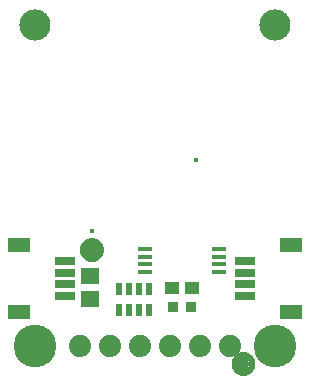
<source format=gbr>
G04 EAGLE Gerber RS-274X export*
G75*
%MOMM*%
%FSLAX34Y34*%
%LPD*%
%INSoldermask Top*%
%IPPOS*%
%AMOC8*
5,1,8,0,0,1.08239X$1,22.5*%
G01*
%ADD10C,2.641600*%
%ADD11R,1.601600X1.341600*%
%ADD12R,1.176600X1.101600*%
%ADD13R,0.551600X1.001600*%
%ADD14C,1.879600*%
%ADD15R,1.651600X0.701600*%
%ADD16R,1.901600X1.301600*%
%ADD17C,1.101600*%
%ADD18C,0.500000*%
%ADD19C,3.617600*%
%ADD20R,0.901600X0.901600*%
%ADD21R,1.301600X0.451600*%
%ADD22R,0.301600X0.301600*%


D10*
X25400Y297180D03*
X228600Y297180D03*
D11*
X72390Y84430D03*
X72390Y65430D03*
D12*
X158360Y74930D03*
X141360Y74930D03*
D13*
X122220Y56270D03*
X122220Y73270D03*
X113220Y56270D03*
X105220Y56270D03*
X96220Y56270D03*
X96220Y73270D03*
X113220Y73270D03*
X105220Y73270D03*
D14*
X63500Y25400D03*
X88900Y25400D03*
X114300Y25400D03*
X139700Y25400D03*
X165100Y25400D03*
X190500Y25400D03*
D15*
X203460Y77550D03*
X203460Y87550D03*
X203460Y67550D03*
X203460Y97550D03*
D16*
X242460Y54550D03*
X242460Y110550D03*
D15*
X50540Y87550D03*
X50540Y77550D03*
X50540Y97550D03*
X50540Y67550D03*
D16*
X11540Y110550D03*
X11540Y54550D03*
D17*
X73660Y106680D03*
D18*
X73660Y114180D02*
X73479Y114178D01*
X73298Y114171D01*
X73117Y114160D01*
X72936Y114145D01*
X72756Y114125D01*
X72576Y114101D01*
X72397Y114073D01*
X72219Y114040D01*
X72042Y114003D01*
X71865Y113962D01*
X71690Y113917D01*
X71515Y113867D01*
X71342Y113813D01*
X71171Y113755D01*
X71000Y113693D01*
X70832Y113626D01*
X70665Y113556D01*
X70499Y113482D01*
X70336Y113403D01*
X70175Y113321D01*
X70015Y113235D01*
X69858Y113145D01*
X69703Y113051D01*
X69550Y112954D01*
X69400Y112852D01*
X69252Y112748D01*
X69106Y112639D01*
X68964Y112528D01*
X68824Y112412D01*
X68687Y112294D01*
X68552Y112172D01*
X68421Y112047D01*
X68293Y111919D01*
X68168Y111788D01*
X68046Y111653D01*
X67928Y111516D01*
X67812Y111376D01*
X67701Y111234D01*
X67592Y111088D01*
X67488Y110940D01*
X67386Y110790D01*
X67289Y110637D01*
X67195Y110482D01*
X67105Y110325D01*
X67019Y110165D01*
X66937Y110004D01*
X66858Y109841D01*
X66784Y109675D01*
X66714Y109508D01*
X66647Y109340D01*
X66585Y109169D01*
X66527Y108998D01*
X66473Y108825D01*
X66423Y108650D01*
X66378Y108475D01*
X66337Y108298D01*
X66300Y108121D01*
X66267Y107943D01*
X66239Y107764D01*
X66215Y107584D01*
X66195Y107404D01*
X66180Y107223D01*
X66169Y107042D01*
X66162Y106861D01*
X66160Y106680D01*
X73660Y114180D02*
X73841Y114178D01*
X74022Y114171D01*
X74203Y114160D01*
X74384Y114145D01*
X74564Y114125D01*
X74744Y114101D01*
X74923Y114073D01*
X75101Y114040D01*
X75278Y114003D01*
X75455Y113962D01*
X75630Y113917D01*
X75805Y113867D01*
X75978Y113813D01*
X76149Y113755D01*
X76320Y113693D01*
X76488Y113626D01*
X76655Y113556D01*
X76821Y113482D01*
X76984Y113403D01*
X77145Y113321D01*
X77305Y113235D01*
X77462Y113145D01*
X77617Y113051D01*
X77770Y112954D01*
X77920Y112852D01*
X78068Y112748D01*
X78214Y112639D01*
X78356Y112528D01*
X78496Y112412D01*
X78633Y112294D01*
X78768Y112172D01*
X78899Y112047D01*
X79027Y111919D01*
X79152Y111788D01*
X79274Y111653D01*
X79392Y111516D01*
X79508Y111376D01*
X79619Y111234D01*
X79728Y111088D01*
X79832Y110940D01*
X79934Y110790D01*
X80031Y110637D01*
X80125Y110482D01*
X80215Y110325D01*
X80301Y110165D01*
X80383Y110004D01*
X80462Y109841D01*
X80536Y109675D01*
X80606Y109508D01*
X80673Y109340D01*
X80735Y109169D01*
X80793Y108998D01*
X80847Y108825D01*
X80897Y108650D01*
X80942Y108475D01*
X80983Y108298D01*
X81020Y108121D01*
X81053Y107943D01*
X81081Y107764D01*
X81105Y107584D01*
X81125Y107404D01*
X81140Y107223D01*
X81151Y107042D01*
X81158Y106861D01*
X81160Y106680D01*
X81158Y106499D01*
X81151Y106318D01*
X81140Y106137D01*
X81125Y105956D01*
X81105Y105776D01*
X81081Y105596D01*
X81053Y105417D01*
X81020Y105239D01*
X80983Y105062D01*
X80942Y104885D01*
X80897Y104710D01*
X80847Y104535D01*
X80793Y104362D01*
X80735Y104191D01*
X80673Y104020D01*
X80606Y103852D01*
X80536Y103685D01*
X80462Y103519D01*
X80383Y103356D01*
X80301Y103195D01*
X80215Y103035D01*
X80125Y102878D01*
X80031Y102723D01*
X79934Y102570D01*
X79832Y102420D01*
X79728Y102272D01*
X79619Y102126D01*
X79508Y101984D01*
X79392Y101844D01*
X79274Y101707D01*
X79152Y101572D01*
X79027Y101441D01*
X78899Y101313D01*
X78768Y101188D01*
X78633Y101066D01*
X78496Y100948D01*
X78356Y100832D01*
X78214Y100721D01*
X78068Y100612D01*
X77920Y100508D01*
X77770Y100406D01*
X77617Y100309D01*
X77462Y100215D01*
X77305Y100125D01*
X77145Y100039D01*
X76984Y99957D01*
X76821Y99878D01*
X76655Y99804D01*
X76488Y99734D01*
X76320Y99667D01*
X76149Y99605D01*
X75978Y99547D01*
X75805Y99493D01*
X75630Y99443D01*
X75455Y99398D01*
X75278Y99357D01*
X75101Y99320D01*
X74923Y99287D01*
X74744Y99259D01*
X74564Y99235D01*
X74384Y99215D01*
X74203Y99200D01*
X74022Y99189D01*
X73841Y99182D01*
X73660Y99180D01*
X73479Y99182D01*
X73298Y99189D01*
X73117Y99200D01*
X72936Y99215D01*
X72756Y99235D01*
X72576Y99259D01*
X72397Y99287D01*
X72219Y99320D01*
X72042Y99357D01*
X71865Y99398D01*
X71690Y99443D01*
X71515Y99493D01*
X71342Y99547D01*
X71171Y99605D01*
X71000Y99667D01*
X70832Y99734D01*
X70665Y99804D01*
X70499Y99878D01*
X70336Y99957D01*
X70175Y100039D01*
X70015Y100125D01*
X69858Y100215D01*
X69703Y100309D01*
X69550Y100406D01*
X69400Y100508D01*
X69252Y100612D01*
X69106Y100721D01*
X68964Y100832D01*
X68824Y100948D01*
X68687Y101066D01*
X68552Y101188D01*
X68421Y101313D01*
X68293Y101441D01*
X68168Y101572D01*
X68046Y101707D01*
X67928Y101844D01*
X67812Y101984D01*
X67701Y102126D01*
X67592Y102272D01*
X67488Y102420D01*
X67386Y102570D01*
X67289Y102723D01*
X67195Y102878D01*
X67105Y103035D01*
X67019Y103195D01*
X66937Y103356D01*
X66858Y103519D01*
X66784Y103685D01*
X66714Y103852D01*
X66647Y104020D01*
X66585Y104191D01*
X66527Y104362D01*
X66473Y104535D01*
X66423Y104710D01*
X66378Y104885D01*
X66337Y105062D01*
X66300Y105239D01*
X66267Y105417D01*
X66239Y105596D01*
X66215Y105776D01*
X66195Y105956D01*
X66180Y106137D01*
X66169Y106318D01*
X66162Y106499D01*
X66160Y106680D01*
D17*
X201930Y10160D03*
D18*
X201930Y17660D02*
X201749Y17658D01*
X201568Y17651D01*
X201387Y17640D01*
X201206Y17625D01*
X201026Y17605D01*
X200846Y17581D01*
X200667Y17553D01*
X200489Y17520D01*
X200312Y17483D01*
X200135Y17442D01*
X199960Y17397D01*
X199785Y17347D01*
X199612Y17293D01*
X199441Y17235D01*
X199270Y17173D01*
X199102Y17106D01*
X198935Y17036D01*
X198769Y16962D01*
X198606Y16883D01*
X198445Y16801D01*
X198285Y16715D01*
X198128Y16625D01*
X197973Y16531D01*
X197820Y16434D01*
X197670Y16332D01*
X197522Y16228D01*
X197376Y16119D01*
X197234Y16008D01*
X197094Y15892D01*
X196957Y15774D01*
X196822Y15652D01*
X196691Y15527D01*
X196563Y15399D01*
X196438Y15268D01*
X196316Y15133D01*
X196198Y14996D01*
X196082Y14856D01*
X195971Y14714D01*
X195862Y14568D01*
X195758Y14420D01*
X195656Y14270D01*
X195559Y14117D01*
X195465Y13962D01*
X195375Y13805D01*
X195289Y13645D01*
X195207Y13484D01*
X195128Y13321D01*
X195054Y13155D01*
X194984Y12988D01*
X194917Y12820D01*
X194855Y12649D01*
X194797Y12478D01*
X194743Y12305D01*
X194693Y12130D01*
X194648Y11955D01*
X194607Y11778D01*
X194570Y11601D01*
X194537Y11423D01*
X194509Y11244D01*
X194485Y11064D01*
X194465Y10884D01*
X194450Y10703D01*
X194439Y10522D01*
X194432Y10341D01*
X194430Y10160D01*
X201930Y17660D02*
X202111Y17658D01*
X202292Y17651D01*
X202473Y17640D01*
X202654Y17625D01*
X202834Y17605D01*
X203014Y17581D01*
X203193Y17553D01*
X203371Y17520D01*
X203548Y17483D01*
X203725Y17442D01*
X203900Y17397D01*
X204075Y17347D01*
X204248Y17293D01*
X204419Y17235D01*
X204590Y17173D01*
X204758Y17106D01*
X204925Y17036D01*
X205091Y16962D01*
X205254Y16883D01*
X205415Y16801D01*
X205575Y16715D01*
X205732Y16625D01*
X205887Y16531D01*
X206040Y16434D01*
X206190Y16332D01*
X206338Y16228D01*
X206484Y16119D01*
X206626Y16008D01*
X206766Y15892D01*
X206903Y15774D01*
X207038Y15652D01*
X207169Y15527D01*
X207297Y15399D01*
X207422Y15268D01*
X207544Y15133D01*
X207662Y14996D01*
X207778Y14856D01*
X207889Y14714D01*
X207998Y14568D01*
X208102Y14420D01*
X208204Y14270D01*
X208301Y14117D01*
X208395Y13962D01*
X208485Y13805D01*
X208571Y13645D01*
X208653Y13484D01*
X208732Y13321D01*
X208806Y13155D01*
X208876Y12988D01*
X208943Y12820D01*
X209005Y12649D01*
X209063Y12478D01*
X209117Y12305D01*
X209167Y12130D01*
X209212Y11955D01*
X209253Y11778D01*
X209290Y11601D01*
X209323Y11423D01*
X209351Y11244D01*
X209375Y11064D01*
X209395Y10884D01*
X209410Y10703D01*
X209421Y10522D01*
X209428Y10341D01*
X209430Y10160D01*
X209428Y9979D01*
X209421Y9798D01*
X209410Y9617D01*
X209395Y9436D01*
X209375Y9256D01*
X209351Y9076D01*
X209323Y8897D01*
X209290Y8719D01*
X209253Y8542D01*
X209212Y8365D01*
X209167Y8190D01*
X209117Y8015D01*
X209063Y7842D01*
X209005Y7671D01*
X208943Y7500D01*
X208876Y7332D01*
X208806Y7165D01*
X208732Y6999D01*
X208653Y6836D01*
X208571Y6675D01*
X208485Y6515D01*
X208395Y6358D01*
X208301Y6203D01*
X208204Y6050D01*
X208102Y5900D01*
X207998Y5752D01*
X207889Y5606D01*
X207778Y5464D01*
X207662Y5324D01*
X207544Y5187D01*
X207422Y5052D01*
X207297Y4921D01*
X207169Y4793D01*
X207038Y4668D01*
X206903Y4546D01*
X206766Y4428D01*
X206626Y4312D01*
X206484Y4201D01*
X206338Y4092D01*
X206190Y3988D01*
X206040Y3886D01*
X205887Y3789D01*
X205732Y3695D01*
X205575Y3605D01*
X205415Y3519D01*
X205254Y3437D01*
X205091Y3358D01*
X204925Y3284D01*
X204758Y3214D01*
X204590Y3147D01*
X204419Y3085D01*
X204248Y3027D01*
X204075Y2973D01*
X203900Y2923D01*
X203725Y2878D01*
X203548Y2837D01*
X203371Y2800D01*
X203193Y2767D01*
X203014Y2739D01*
X202834Y2715D01*
X202654Y2695D01*
X202473Y2680D01*
X202292Y2669D01*
X202111Y2662D01*
X201930Y2660D01*
X201749Y2662D01*
X201568Y2669D01*
X201387Y2680D01*
X201206Y2695D01*
X201026Y2715D01*
X200846Y2739D01*
X200667Y2767D01*
X200489Y2800D01*
X200312Y2837D01*
X200135Y2878D01*
X199960Y2923D01*
X199785Y2973D01*
X199612Y3027D01*
X199441Y3085D01*
X199270Y3147D01*
X199102Y3214D01*
X198935Y3284D01*
X198769Y3358D01*
X198606Y3437D01*
X198445Y3519D01*
X198285Y3605D01*
X198128Y3695D01*
X197973Y3789D01*
X197820Y3886D01*
X197670Y3988D01*
X197522Y4092D01*
X197376Y4201D01*
X197234Y4312D01*
X197094Y4428D01*
X196957Y4546D01*
X196822Y4668D01*
X196691Y4793D01*
X196563Y4921D01*
X196438Y5052D01*
X196316Y5187D01*
X196198Y5324D01*
X196082Y5464D01*
X195971Y5606D01*
X195862Y5752D01*
X195758Y5900D01*
X195656Y6050D01*
X195559Y6203D01*
X195465Y6358D01*
X195375Y6515D01*
X195289Y6675D01*
X195207Y6836D01*
X195128Y6999D01*
X195054Y7165D01*
X194984Y7332D01*
X194917Y7500D01*
X194855Y7671D01*
X194797Y7842D01*
X194743Y8015D01*
X194693Y8190D01*
X194648Y8365D01*
X194607Y8542D01*
X194570Y8719D01*
X194537Y8897D01*
X194509Y9076D01*
X194485Y9256D01*
X194465Y9436D01*
X194450Y9617D01*
X194439Y9798D01*
X194432Y9979D01*
X194430Y10160D01*
D19*
X25400Y25400D03*
X228600Y25400D03*
D20*
X157360Y58420D03*
X142360Y58420D03*
D21*
X118860Y107540D03*
X118860Y101040D03*
X118860Y94540D03*
X118860Y88040D03*
X180860Y88040D03*
X180860Y94540D03*
X180860Y101040D03*
X180860Y107540D03*
D22*
X162000Y182930D03*
X74000Y122930D03*
M02*

</source>
